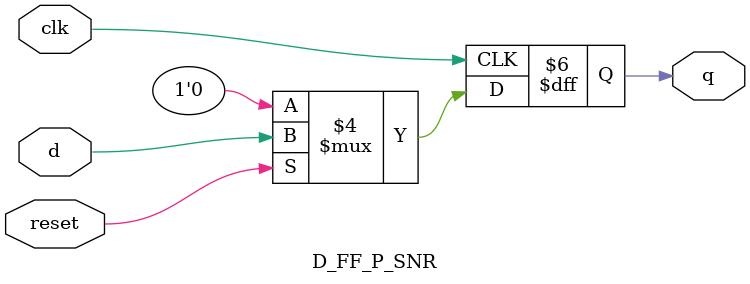
<source format=sv>
module D_FF_P_SNR(d, clk, reset, q);
input logic d, clk, reset;
output logic q;
always_ff @(posedge clk)
	begin
	if(~reset)
		q <= 1'b0;
	else
		q <= d;
	end
endmodule
</source>
